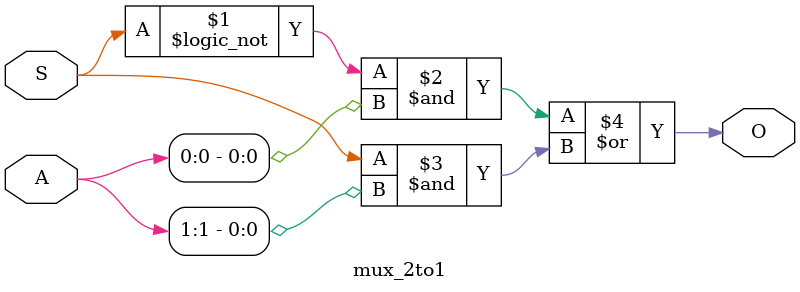
<source format=v>
module mux_2to1(input [1:0] A, input S, output O);
    buf B1(O, ((!S)&A[0])|(S&A[1])); //outputs A[1] if S is 1 and A[0] if S is 0
endmodule
</source>
